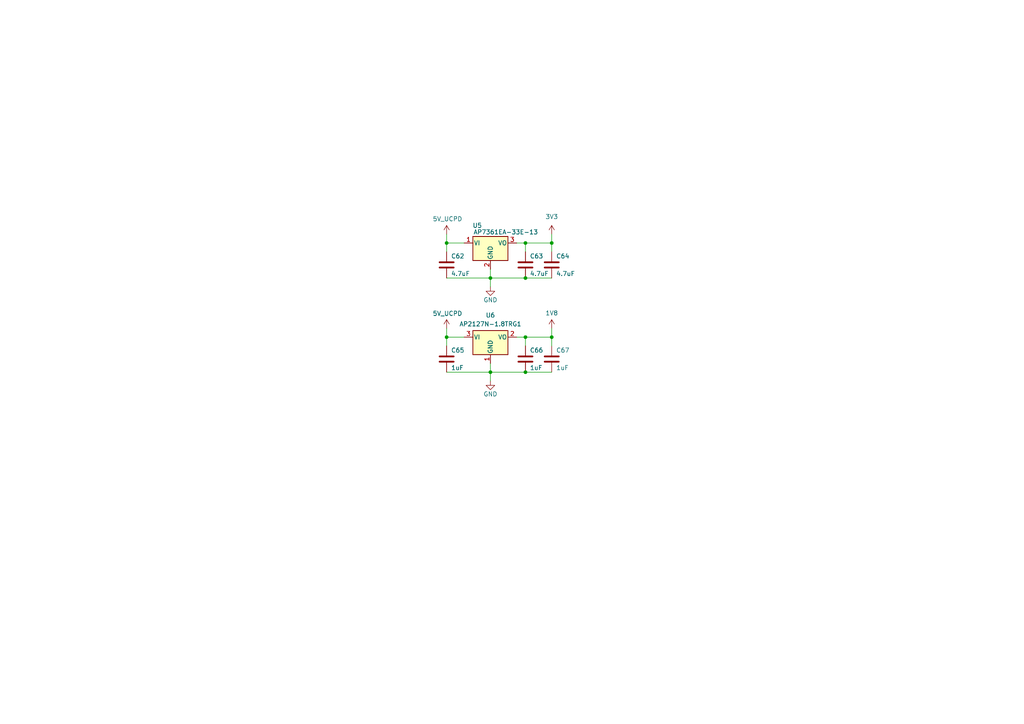
<source format=kicad_sch>
(kicad_sch (version 20250114) (generator "eeschema") (generator_version "9.0")
  (paper "A4")
  (lib_symbols
    (symbol "Device:C" (pin_numbers (hide yes)) (pin_names (offset 0.254))
      (property "Reference" "C" (at 0.635 2.54 0))
      (property "Value" "C" (at 0.635 -2.54 0))
      (symbol "C_0_1"
        (polyline (pts (xy -2.032 0.762) (xy 2.032 0.762)) (stroke (width 0.508)))
        (polyline (pts (xy -2.032 -0.762) (xy 2.032 -0.762)) (stroke (width 0.508)))
      )
      (symbol "C_1_1"
        (pin passive line (at 0 3.81 270) (length 2.794) (name "~") (number "1"))
        (pin passive line (at 0 -3.81 90) (length 2.794) (name "~") (number "2"))
      )
    )
    (symbol "Regulator_Linear:AP2127N-1.8" (pin_names (offset 0.254))
      (property "Reference" "U" (at -3.81 3.175 0))
      (property "Value" "AP2127N-1.8" (at 0 3.175 0))
      (symbol "AP2127N-1.8_0_1"
        (rectangle (start -5.08 1.905) (end 5.08 -5.08) (stroke (width 0.254)) (fill (type background)))
      )
      (symbol "AP2127N-1.8_1_1"
        (pin power_in line (at -7.62 0 0) (length 2.54) (name "VI") (number "3"))
        (pin power_in line (at 0 -7.62 90) (length 2.54) (name "GND") (number "1"))
        (pin power_out line (at 7.62 0 180) (length 2.54) (name "VO") (number "2"))
      )
    )
    (symbol "Regulator_Linear:AP7361C-18E" (pin_names (offset 0.254))
      (property "Reference" "U" (at -3.81 3.175 0))
      (property "Value" "AP7361C-18E" (at 0 3.175 0))
      (symbol "AP7361C-18E_0_1"
        (rectangle (start -5.08 -5.08) (end 5.08 1.905) (stroke (width 0.254)) (fill (type background)))
      )
      (symbol "AP7361C-18E_1_1"
        (pin power_in line (at -7.62 0 0) (length 2.54) (name "VI") (number "1"))
        (pin power_in line (at 0 -7.62 90) (length 2.54) (name "GND") (number "2"))
        (pin power_out line (at 7.62 0 180) (length 2.54) (name "VO") (number "3"))
      )
    )
    (symbol "power:+1V8" (power) (pin_names (offset 0))
      (property "Value" "+1V8" (at 0 3.556 0))
      (symbol "+1V8_0_1"
        (polyline (pts (xy -0.762 1.27) (xy 0 2.54)))
        (polyline (pts (xy 0 2.54) (xy 0.762 1.27)))
        (polyline (pts (xy 0 0) (xy 0 2.54)))
      )
      (symbol "+1V8_1_1"
        (pin power_in line (at 0 0 90) (length 0) (hide yes) (name "+1V8") (number "1"))
      )
    )
    (symbol "power:+3V3" (power) (pin_names (offset 0))
      (property "Value" "+3V3" (at 0 3.556 0))
      (symbol "+3V3_0_1"
        (polyline (pts (xy -0.762 1.27) (xy 0 2.54)))
        (polyline (pts (xy 0 2.54) (xy 0.762 1.27)))
        (polyline (pts (xy 0 0) (xy 0 2.54)))
      )
      (symbol "+3V3_1_1"
        (pin power_in line (at 0 0 90) (length 0) (hide yes) (name "+3V3") (number "1"))
      )
    )
    (symbol "power:GND" (power) (pin_names (offset 0))
      (property "Value" "GND" (at 0 -3.81 0))
      (symbol "GND_0_1"
        (polyline (pts (xy 0 0) (xy 0 -1.27) (xy 1.27 -1.27) (xy 0 -2.54) (xy -1.27 -1.27) (xy 0 -1.27)))
      )
      (symbol "GND_1_1"
        (pin power_in line (at 0 0 270) (length 0) (hide yes) (name "GND") (number "1"))
      )
    )
    (symbol "power:VBUS" (power) (pin_names (offset 0))
      (property "Value" "VBUS" (at 0 3.81 0))
      (symbol "VBUS_0_1"
        (polyline (pts (xy -0.762 1.27) (xy 0 2.54)))
        (polyline (pts (xy 0 2.54) (xy 0.762 1.27)))
        (polyline (pts (xy 0 0) (xy 0 2.54)))
      )
      (symbol "VBUS_1_1"
        (pin power_in line (at 0 0 90) (length 0) (hide yes) (name "VBUS") (number "1"))
      )
    )
  )
  (junction (at 160.02 97.79))
  (junction (at 142.24 107.95))
  (junction (at 152.4 70.485))
  (junction (at 142.24 80.645))
  (junction (at 152.4 107.95))
  (junction (at 152.4 97.79))
  (junction (at 152.4 80.645))
  (junction (at 129.54 70.485))
  (junction (at 160.02 70.485))
  (junction (at 129.54 97.79))
  (wire (pts (xy 129.54 70.485) (xy 129.54 73.025)))
  (wire (pts (xy 142.24 80.645) (xy 142.24 83.185)))
  (wire (pts (xy 129.54 97.79) (xy 129.54 100.33)))
  (wire (pts (xy 160.02 95.25) (xy 160.02 97.79)))
  (wire (pts (xy 142.24 80.645) (xy 152.4 80.645)))
  (wire (pts (xy 152.4 97.79) (xy 152.4 100.33)))
  (wire (pts (xy 129.54 107.95) (xy 142.24 107.95)))
  (wire (pts (xy 142.24 105.41) (xy 142.24 107.95)))
  (wire (pts (xy 134.62 97.79) (xy 129.54 97.79)))
  (wire (pts (xy 129.54 67.945) (xy 129.54 70.485)))
  (wire (pts (xy 149.86 97.79) (xy 152.4 97.79)))
  (wire (pts (xy 160.02 67.945) (xy 160.02 70.485)))
  (wire (pts (xy 152.4 80.645) (xy 160.02 80.645)))
  (wire (pts (xy 160.02 70.485) (xy 152.4 70.485)))
  (wire (pts (xy 152.4 70.485) (xy 152.4 73.025)))
  (wire (pts (xy 129.54 80.645) (xy 142.24 80.645)))
  (wire (pts (xy 142.24 107.95) (xy 152.4 107.95)))
  (wire (pts (xy 129.54 95.25) (xy 129.54 97.79)))
  (wire (pts (xy 160.02 73.025) (xy 160.02 70.485)))
  (wire (pts (xy 160.02 97.79) (xy 152.4 97.79)))
  (wire (pts (xy 134.62 70.485) (xy 129.54 70.485)))
  (wire (pts (xy 160.02 100.33) (xy 160.02 97.79)))
  (wire (pts (xy 149.86 70.485) (xy 152.4 70.485)))
  (wire (pts (xy 142.24 107.95) (xy 142.24 110.49)))
  (wire (pts (xy 142.24 78.105) (xy 142.24 80.645)))
  (wire (pts (xy 152.4 107.95) (xy 160.02 107.95)))
  (symbol (lib_id "power:+1V8") (at 160.02 95.25 0) (unit 1)
    (property "Reference" "#PWR078" (effects (hide yes)))
    (property "Value" "1V8" (at 160.02 90.805 0))
  )
  (symbol (lib_id "power:+3V3") (at 160.02 67.945 0) (unit 1)
    (property "Reference" "#PWR075" (effects (hide yes)))
    (property "Value" "3V3" (at 160.02 62.865 0))
  )
  (symbol (lib_id "Device:C") (at 160.02 76.835 0) (unit 1)
    (property "Reference" "C64" (at 161.29 74.295 0) (effects (justify left)))
    (property "Value" "4.7uF" (at 161.29 79.375 0) (effects (justify left)))
    (property "Footprint" "Capacitor_SMD:C_0603_1608Metric" (effects (hide yes)))
  )
  (symbol (lib_id "Regulator_Linear:AP7361C-18E") (at 142.24 70.485 0) (unit 1)
    (property "Reference" "U5" (at 138.43 65.405 0))
    (property "Value" "AP7361EA-33E-13" (at 146.685 67.31 0))
    (property "Footprint" "Package_TO_SOT_SMD:SOT-223-3_TabPin2" (effects (hide yes)))
    (property "Datasheet" "https://www.diodes.com/assets/Datasheets/AP7361C.pdf" (effects (hide yes)))
  )
  (symbol (lib_id "Device:C") (at 129.54 104.14 0) (unit 1)
    (property "Reference" "C65" (at 130.81 101.6 0) (effects (justify left)))
    (property "Value" "1uF" (at 130.81 106.68 0) (effects (justify left)))
    (property "Footprint" "Capacitor_SMD:C_0603_1608Metric" (effects (hide yes)))
  )
  (symbol (lib_id "Device:C") (at 129.54 76.835 0) (unit 1)
    (property "Reference" "C62" (at 130.81 74.295 0) (effects (justify left)))
    (property "Value" "4.7uF" (at 130.81 79.375 0) (effects (justify left)))
    (property "Footprint" "Capacitor_SMD:C_0603_1608Metric" (effects (hide yes)))
  )
  (symbol (lib_id "power:VBUS") (at 129.54 67.945 0) (unit 1)
    (property "Reference" "#PWR074" (effects (hide yes)))
    (property "Value" "5V_UCPD" (at 125.476 63.5 0) (effects (justify left)))
  )
  (symbol (lib_id "power:GND") (at 142.24 110.49 0) (unit 1)
    (property "Reference" "#PWR079" (effects (hide yes)))
    (property "Value" "GND" (at 142.24 114.3 0))
  )
  (symbol (lib_id "Device:C") (at 160.02 104.14 0) (unit 1)
    (property "Reference" "C67" (at 161.29 101.6 0) (effects (justify left)))
    (property "Value" "1uF" (at 161.29 106.68 0) (effects (justify left)))
    (property "Footprint" "Capacitor_SMD:C_0603_1608Metric" (effects (hide yes)))
  )
  (symbol (lib_id "Device:C") (at 152.4 76.835 0) (unit 1)
    (property "Reference" "C63" (at 153.67 74.295 0) (effects (justify left)))
    (property "Value" "4.7uF" (at 153.67 79.375 0) (effects (justify left)))
    (property "Footprint" "Capacitor_SMD:C_0603_1608Metric" (effects (hide yes)))
  )
  (symbol (lib_id "power:VBUS") (at 129.54 95.25 0) (unit 1)
    (property "Reference" "#PWR077" (effects (hide yes)))
    (property "Value" "5V_UCPD" (at 125.476 90.932 0) (effects (justify left)))
  )
  (symbol (lib_id "Regulator_Linear:AP2127N-1.8") (at 142.24 97.79 0) (unit 1)
    (property "Reference" "U6" (at 142.24 91.44 0))
    (property "Value" "AP2127N-1.8TRG1" (at 142.24 93.98 0))
    (property "Footprint" "Package_TO_SOT_SMD:SOT-23" (effects (hide yes)))
    (property "Datasheet" "https://www.diodes.com/assets/Datasheets/AP2127.pdf" (effects (hide yes)))
  )
  (symbol (lib_id "power:GND") (at 142.24 83.185 0) (unit 1)
    (property "Reference" "#PWR076" (effects (hide yes)))
    (property "Value" "GND" (at 142.24 86.995 0))
  )
  (symbol (lib_id "Device:C") (at 152.4 104.14 0) (unit 1)
    (property "Reference" "C66" (at 153.67 101.6 0) (effects (justify left)))
    (property "Value" "1uF" (at 153.67 106.68 0) (effects (justify left)))
    (property "Footprint" "Capacitor_SMD:C_0603_1608Metric" (effects (hide yes)))
  )
)
</source>
